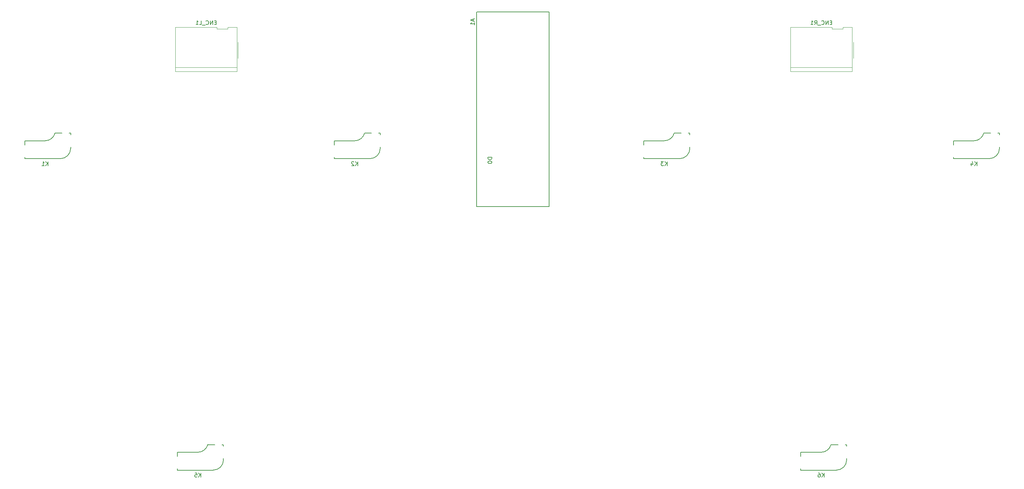
<source format=gbr>
%TF.GenerationSoftware,KiCad,Pcbnew,8.0.8*%
%TF.CreationDate,2025-02-26T23:57:33-05:00*%
%TF.ProjectId,keyboard,6b657962-6f61-4726-942e-6b696361645f,rev?*%
%TF.SameCoordinates,Original*%
%TF.FileFunction,Legend,Bot*%
%TF.FilePolarity,Positive*%
%FSLAX46Y46*%
G04 Gerber Fmt 4.6, Leading zero omitted, Abs format (unit mm)*
G04 Created by KiCad (PCBNEW 8.0.8) date 2025-02-26 23:57:33*
%MOMM*%
%LPD*%
G01*
G04 APERTURE LIST*
%ADD10C,0.150000*%
%ADD11C,0.120000*%
G04 APERTURE END LIST*
D10*
X321738094Y-128709819D02*
X321738094Y-127709819D01*
X321166666Y-128709819D02*
X321595237Y-128138390D01*
X321166666Y-127709819D02*
X321738094Y-128281247D01*
X320309523Y-128043152D02*
X320309523Y-128709819D01*
X320547618Y-127662200D02*
X320785713Y-128376485D01*
X320785713Y-128376485D02*
X320166666Y-128376485D01*
X90738094Y-128709819D02*
X90738094Y-127709819D01*
X90166666Y-128709819D02*
X90595237Y-128138390D01*
X90166666Y-127709819D02*
X90738094Y-128281247D01*
X89214285Y-128709819D02*
X89785713Y-128709819D01*
X89499999Y-128709819D02*
X89499999Y-127709819D01*
X89499999Y-127709819D02*
X89595237Y-127852676D01*
X89595237Y-127852676D02*
X89690475Y-127947914D01*
X89690475Y-127947914D02*
X89785713Y-127995533D01*
X283738094Y-206209819D02*
X283738094Y-205209819D01*
X283166666Y-206209819D02*
X283595237Y-205638390D01*
X283166666Y-205209819D02*
X283738094Y-205781247D01*
X282309523Y-205209819D02*
X282499999Y-205209819D01*
X282499999Y-205209819D02*
X282595237Y-205257438D01*
X282595237Y-205257438D02*
X282642856Y-205305057D01*
X282642856Y-205305057D02*
X282738094Y-205447914D01*
X282738094Y-205447914D02*
X282785713Y-205638390D01*
X282785713Y-205638390D02*
X282785713Y-206019342D01*
X282785713Y-206019342D02*
X282738094Y-206114580D01*
X282738094Y-206114580D02*
X282690475Y-206162200D01*
X282690475Y-206162200D02*
X282595237Y-206209819D01*
X282595237Y-206209819D02*
X282404761Y-206209819D01*
X282404761Y-206209819D02*
X282309523Y-206162200D01*
X282309523Y-206162200D02*
X282261904Y-206114580D01*
X282261904Y-206114580D02*
X282214285Y-206019342D01*
X282214285Y-206019342D02*
X282214285Y-205781247D01*
X282214285Y-205781247D02*
X282261904Y-205686009D01*
X282261904Y-205686009D02*
X282309523Y-205638390D01*
X282309523Y-205638390D02*
X282404761Y-205590771D01*
X282404761Y-205590771D02*
X282595237Y-205590771D01*
X282595237Y-205590771D02*
X282690475Y-205638390D01*
X282690475Y-205638390D02*
X282738094Y-205686009D01*
X282738094Y-205686009D02*
X282785713Y-205781247D01*
X128738094Y-206209819D02*
X128738094Y-205209819D01*
X128166666Y-206209819D02*
X128595237Y-205638390D01*
X128166666Y-205209819D02*
X128738094Y-205781247D01*
X127261904Y-205209819D02*
X127738094Y-205209819D01*
X127738094Y-205209819D02*
X127785713Y-205686009D01*
X127785713Y-205686009D02*
X127738094Y-205638390D01*
X127738094Y-205638390D02*
X127642856Y-205590771D01*
X127642856Y-205590771D02*
X127404761Y-205590771D01*
X127404761Y-205590771D02*
X127309523Y-205638390D01*
X127309523Y-205638390D02*
X127261904Y-205686009D01*
X127261904Y-205686009D02*
X127214285Y-205781247D01*
X127214285Y-205781247D02*
X127214285Y-206019342D01*
X127214285Y-206019342D02*
X127261904Y-206114580D01*
X127261904Y-206114580D02*
X127309523Y-206162200D01*
X127309523Y-206162200D02*
X127404761Y-206209819D01*
X127404761Y-206209819D02*
X127642856Y-206209819D01*
X127642856Y-206209819D02*
X127738094Y-206162200D01*
X127738094Y-206162200D02*
X127785713Y-206114580D01*
X244738094Y-128709819D02*
X244738094Y-127709819D01*
X244166666Y-128709819D02*
X244595237Y-128138390D01*
X244166666Y-127709819D02*
X244738094Y-128281247D01*
X243833332Y-127709819D02*
X243214285Y-127709819D01*
X243214285Y-127709819D02*
X243547618Y-128090771D01*
X243547618Y-128090771D02*
X243404761Y-128090771D01*
X243404761Y-128090771D02*
X243309523Y-128138390D01*
X243309523Y-128138390D02*
X243261904Y-128186009D01*
X243261904Y-128186009D02*
X243214285Y-128281247D01*
X243214285Y-128281247D02*
X243214285Y-128519342D01*
X243214285Y-128519342D02*
X243261904Y-128614580D01*
X243261904Y-128614580D02*
X243309523Y-128662200D01*
X243309523Y-128662200D02*
X243404761Y-128709819D01*
X243404761Y-128709819D02*
X243690475Y-128709819D01*
X243690475Y-128709819D02*
X243785713Y-128662200D01*
X243785713Y-128662200D02*
X243833332Y-128614580D01*
X167738094Y-128709819D02*
X167738094Y-127709819D01*
X167166666Y-128709819D02*
X167595237Y-128138390D01*
X167166666Y-127709819D02*
X167738094Y-128281247D01*
X166785713Y-127805057D02*
X166738094Y-127757438D01*
X166738094Y-127757438D02*
X166642856Y-127709819D01*
X166642856Y-127709819D02*
X166404761Y-127709819D01*
X166404761Y-127709819D02*
X166309523Y-127757438D01*
X166309523Y-127757438D02*
X166261904Y-127805057D01*
X166261904Y-127805057D02*
X166214285Y-127900295D01*
X166214285Y-127900295D02*
X166214285Y-127995533D01*
X166214285Y-127995533D02*
X166261904Y-128138390D01*
X166261904Y-128138390D02*
X166833332Y-128709819D01*
X166833332Y-128709819D02*
X166214285Y-128709819D01*
X285655237Y-93131009D02*
X285321904Y-93131009D01*
X285179047Y-93654819D02*
X285655237Y-93654819D01*
X285655237Y-93654819D02*
X285655237Y-92654819D01*
X285655237Y-92654819D02*
X285179047Y-92654819D01*
X284750475Y-93654819D02*
X284750475Y-92654819D01*
X284750475Y-92654819D02*
X284179047Y-93654819D01*
X284179047Y-93654819D02*
X284179047Y-92654819D01*
X283131428Y-93559580D02*
X283179047Y-93607200D01*
X283179047Y-93607200D02*
X283321904Y-93654819D01*
X283321904Y-93654819D02*
X283417142Y-93654819D01*
X283417142Y-93654819D02*
X283559999Y-93607200D01*
X283559999Y-93607200D02*
X283655237Y-93511961D01*
X283655237Y-93511961D02*
X283702856Y-93416723D01*
X283702856Y-93416723D02*
X283750475Y-93226247D01*
X283750475Y-93226247D02*
X283750475Y-93083390D01*
X283750475Y-93083390D02*
X283702856Y-92892914D01*
X283702856Y-92892914D02*
X283655237Y-92797676D01*
X283655237Y-92797676D02*
X283559999Y-92702438D01*
X283559999Y-92702438D02*
X283417142Y-92654819D01*
X283417142Y-92654819D02*
X283321904Y-92654819D01*
X283321904Y-92654819D02*
X283179047Y-92702438D01*
X283179047Y-92702438D02*
X283131428Y-92750057D01*
X282940952Y-93750057D02*
X282179047Y-93750057D01*
X281369523Y-93654819D02*
X281702856Y-93178628D01*
X281940951Y-93654819D02*
X281940951Y-92654819D01*
X281940951Y-92654819D02*
X281559999Y-92654819D01*
X281559999Y-92654819D02*
X281464761Y-92702438D01*
X281464761Y-92702438D02*
X281417142Y-92750057D01*
X281417142Y-92750057D02*
X281369523Y-92845295D01*
X281369523Y-92845295D02*
X281369523Y-92988152D01*
X281369523Y-92988152D02*
X281417142Y-93083390D01*
X281417142Y-93083390D02*
X281464761Y-93131009D01*
X281464761Y-93131009D02*
X281559999Y-93178628D01*
X281559999Y-93178628D02*
X281940951Y-93178628D01*
X280417142Y-93654819D02*
X280988570Y-93654819D01*
X280702856Y-93654819D02*
X280702856Y-92654819D01*
X280702856Y-92654819D02*
X280798094Y-92797676D01*
X280798094Y-92797676D02*
X280893332Y-92892914D01*
X280893332Y-92892914D02*
X280988570Y-92940533D01*
X132559999Y-93131009D02*
X132226666Y-93131009D01*
X132083809Y-93654819D02*
X132559999Y-93654819D01*
X132559999Y-93654819D02*
X132559999Y-92654819D01*
X132559999Y-92654819D02*
X132083809Y-92654819D01*
X131655237Y-93654819D02*
X131655237Y-92654819D01*
X131655237Y-92654819D02*
X131083809Y-93654819D01*
X131083809Y-93654819D02*
X131083809Y-92654819D01*
X130036190Y-93559580D02*
X130083809Y-93607200D01*
X130083809Y-93607200D02*
X130226666Y-93654819D01*
X130226666Y-93654819D02*
X130321904Y-93654819D01*
X130321904Y-93654819D02*
X130464761Y-93607200D01*
X130464761Y-93607200D02*
X130559999Y-93511961D01*
X130559999Y-93511961D02*
X130607618Y-93416723D01*
X130607618Y-93416723D02*
X130655237Y-93226247D01*
X130655237Y-93226247D02*
X130655237Y-93083390D01*
X130655237Y-93083390D02*
X130607618Y-92892914D01*
X130607618Y-92892914D02*
X130559999Y-92797676D01*
X130559999Y-92797676D02*
X130464761Y-92702438D01*
X130464761Y-92702438D02*
X130321904Y-92654819D01*
X130321904Y-92654819D02*
X130226666Y-92654819D01*
X130226666Y-92654819D02*
X130083809Y-92702438D01*
X130083809Y-92702438D02*
X130036190Y-92750057D01*
X129845714Y-93750057D02*
X129083809Y-93750057D01*
X128369523Y-93654819D02*
X128845713Y-93654819D01*
X128845713Y-93654819D02*
X128845713Y-92654819D01*
X127512380Y-93654819D02*
X128083808Y-93654819D01*
X127798094Y-93654819D02*
X127798094Y-92654819D01*
X127798094Y-92654819D02*
X127893332Y-92797676D01*
X127893332Y-92797676D02*
X127988570Y-92892914D01*
X127988570Y-92892914D02*
X128083808Y-92940533D01*
X196499104Y-92265714D02*
X196499104Y-92741904D01*
X196784819Y-92170476D02*
X195784819Y-92503809D01*
X195784819Y-92503809D02*
X196784819Y-92837142D01*
X196784819Y-93694285D02*
X196784819Y-93122857D01*
X196784819Y-93408571D02*
X195784819Y-93408571D01*
X195784819Y-93408571D02*
X195927676Y-93313333D01*
X195927676Y-93313333D02*
X196022914Y-93218095D01*
X196022914Y-93218095D02*
X196070533Y-93122857D01*
X201119819Y-126641905D02*
X200119819Y-126641905D01*
X200119819Y-126641905D02*
X200119819Y-126880000D01*
X200119819Y-126880000D02*
X200167438Y-127022857D01*
X200167438Y-127022857D02*
X200262676Y-127118095D01*
X200262676Y-127118095D02*
X200357914Y-127165714D01*
X200357914Y-127165714D02*
X200548390Y-127213333D01*
X200548390Y-127213333D02*
X200691247Y-127213333D01*
X200691247Y-127213333D02*
X200881723Y-127165714D01*
X200881723Y-127165714D02*
X200976961Y-127118095D01*
X200976961Y-127118095D02*
X201072200Y-127022857D01*
X201072200Y-127022857D02*
X201119819Y-126880000D01*
X201119819Y-126880000D02*
X201119819Y-126641905D01*
X200119819Y-127832381D02*
X200119819Y-127927619D01*
X200119819Y-127927619D02*
X200167438Y-128022857D01*
X200167438Y-128022857D02*
X200215057Y-128070476D01*
X200215057Y-128070476D02*
X200310295Y-128118095D01*
X200310295Y-128118095D02*
X200500771Y-128165714D01*
X200500771Y-128165714D02*
X200738866Y-128165714D01*
X200738866Y-128165714D02*
X200929342Y-128118095D01*
X200929342Y-128118095D02*
X201024580Y-128070476D01*
X201024580Y-128070476D02*
X201072200Y-128022857D01*
X201072200Y-128022857D02*
X201119819Y-127927619D01*
X201119819Y-127927619D02*
X201119819Y-127832381D01*
X201119819Y-127832381D02*
X201072200Y-127737143D01*
X201072200Y-127737143D02*
X201024580Y-127689524D01*
X201024580Y-127689524D02*
X200929342Y-127641905D01*
X200929342Y-127641905D02*
X200738866Y-127594286D01*
X200738866Y-127594286D02*
X200500771Y-127594286D01*
X200500771Y-127594286D02*
X200310295Y-127641905D01*
X200310295Y-127641905D02*
X200215057Y-127689524D01*
X200215057Y-127689524D02*
X200167438Y-127737143D01*
X200167438Y-127737143D02*
X200119819Y-127832381D01*
%TO.C,K4*%
X315920000Y-122540000D02*
X321000000Y-122540000D01*
X315920000Y-123556000D02*
X315920000Y-122540000D01*
X315920000Y-126985000D02*
X315920000Y-126604000D01*
X323464162Y-120635000D02*
X325191000Y-120635000D01*
X324810000Y-126985000D02*
X315920000Y-126985000D01*
X326969000Y-120635000D02*
X327350000Y-120635000D01*
X327350000Y-121016000D02*
X327350000Y-120635000D01*
X327350000Y-124445000D02*
X327350000Y-124064000D01*
X323464162Y-120616040D02*
G75*
G02*
X321000000Y-122540001I-2464162J616039D01*
G01*
X327350000Y-124445000D02*
G75*
G02*
X324810000Y-126985000I-2540001J1D01*
G01*
%TO.C,K1*%
X84920000Y-122540000D02*
X90000000Y-122540000D01*
X84920000Y-123556000D02*
X84920000Y-122540000D01*
X84920000Y-126985000D02*
X84920000Y-126604000D01*
X92464162Y-120635000D02*
X94191000Y-120635000D01*
X93810000Y-126985000D02*
X84920000Y-126985000D01*
X95969000Y-120635000D02*
X96350000Y-120635000D01*
X96350000Y-121016000D02*
X96350000Y-120635000D01*
X96350000Y-124445000D02*
X96350000Y-124064000D01*
X92464162Y-120616040D02*
G75*
G02*
X90000000Y-122540001I-2464162J616039D01*
G01*
X96350000Y-124445000D02*
G75*
G02*
X93810000Y-126985000I-2540001J1D01*
G01*
%TO.C,K6*%
X277920000Y-200040000D02*
X283000000Y-200040000D01*
X277920000Y-201056000D02*
X277920000Y-200040000D01*
X277920000Y-204485000D02*
X277920000Y-204104000D01*
X285464162Y-198135000D02*
X287191000Y-198135000D01*
X286810000Y-204485000D02*
X277920000Y-204485000D01*
X288969000Y-198135000D02*
X289350000Y-198135000D01*
X289350000Y-198516000D02*
X289350000Y-198135000D01*
X289350000Y-201945000D02*
X289350000Y-201564000D01*
X285464162Y-198116040D02*
G75*
G02*
X283000000Y-200040001I-2464162J616039D01*
G01*
X289350000Y-201945000D02*
G75*
G02*
X286810000Y-204485000I-2540001J1D01*
G01*
%TO.C,K5*%
X122920000Y-200040000D02*
X128000000Y-200040000D01*
X122920000Y-201056000D02*
X122920000Y-200040000D01*
X122920000Y-204485000D02*
X122920000Y-204104000D01*
X130464162Y-198135000D02*
X132191000Y-198135000D01*
X131810000Y-204485000D02*
X122920000Y-204485000D01*
X133969000Y-198135000D02*
X134350000Y-198135000D01*
X134350000Y-198516000D02*
X134350000Y-198135000D01*
X134350000Y-201945000D02*
X134350000Y-201564000D01*
X130464162Y-198116040D02*
G75*
G02*
X128000000Y-200040001I-2464162J616039D01*
G01*
X134350000Y-201945000D02*
G75*
G02*
X131810000Y-204485000I-2540001J1D01*
G01*
%TO.C,K3*%
X238920000Y-122540000D02*
X244000000Y-122540000D01*
X238920000Y-123556000D02*
X238920000Y-122540000D01*
X238920000Y-126985000D02*
X238920000Y-126604000D01*
X246464162Y-120635000D02*
X248191000Y-120635000D01*
X247810000Y-126985000D02*
X238920000Y-126985000D01*
X249969000Y-120635000D02*
X250350000Y-120635000D01*
X250350000Y-121016000D02*
X250350000Y-120635000D01*
X250350000Y-124445000D02*
X250350000Y-124064000D01*
X246464162Y-120616040D02*
G75*
G02*
X244000000Y-122540001I-2464162J616039D01*
G01*
X250350000Y-124445000D02*
G75*
G02*
X247810000Y-126985000I-2540001J1D01*
G01*
%TO.C,K2*%
X161920000Y-122540000D02*
X167000000Y-122540000D01*
X161920000Y-123556000D02*
X161920000Y-122540000D01*
X161920000Y-126985000D02*
X161920000Y-126604000D01*
X169464162Y-120635000D02*
X171191000Y-120635000D01*
X170810000Y-126985000D02*
X161920000Y-126985000D01*
X172969000Y-120635000D02*
X173350000Y-120635000D01*
X173350000Y-121016000D02*
X173350000Y-120635000D01*
X173350000Y-124445000D02*
X173350000Y-124064000D01*
X169464162Y-120616040D02*
G75*
G02*
X167000000Y-122540001I-2464162J616039D01*
G01*
X173350000Y-124445000D02*
G75*
G02*
X170810000Y-126985000I-2540001J1D01*
G01*
D11*
%TO.C,ENC_R1*%
X275410000Y-94290000D02*
X285730000Y-94290000D01*
X275410000Y-104260000D02*
X290710000Y-104260000D01*
X275410000Y-105260000D02*
X275410000Y-94290000D01*
X285730000Y-94290000D02*
X285730000Y-94690000D01*
X285730000Y-94690000D02*
X288430000Y-94690000D01*
X288430000Y-94290000D02*
X290710000Y-94290000D01*
X288430000Y-94690000D02*
X288430000Y-94290000D01*
X290710000Y-94290000D02*
X290710000Y-104260000D01*
X290710000Y-104260000D02*
X290710000Y-105260000D01*
X290710000Y-105260000D02*
X275410000Y-105260000D01*
X291000000Y-102000000D02*
X291000000Y-98000000D01*
%TO.C,ENC_L1*%
X122410000Y-94290000D02*
X132730000Y-94290000D01*
X122410000Y-104260000D02*
X137710000Y-104260000D01*
X122410000Y-105260000D02*
X122410000Y-94290000D01*
X132730000Y-94290000D02*
X132730000Y-94690000D01*
X132730000Y-94690000D02*
X135430000Y-94690000D01*
X135430000Y-94290000D02*
X137710000Y-94290000D01*
X135430000Y-94690000D02*
X135430000Y-94290000D01*
X137710000Y-94290000D02*
X137710000Y-104260000D01*
X137710000Y-104260000D02*
X137710000Y-105260000D01*
X137710000Y-105260000D02*
X122410000Y-105260000D01*
X138000000Y-102000000D02*
X138000000Y-98000000D01*
D10*
%TO.C,A1*%
X197346000Y-138920000D02*
X197346000Y-90440000D01*
X215380000Y-90440000D02*
X197380000Y-90440000D01*
X215380000Y-138920000D02*
X197380000Y-138920000D01*
X215380000Y-138920000D02*
X215380000Y-90440000D01*
%TD*%
M02*

</source>
